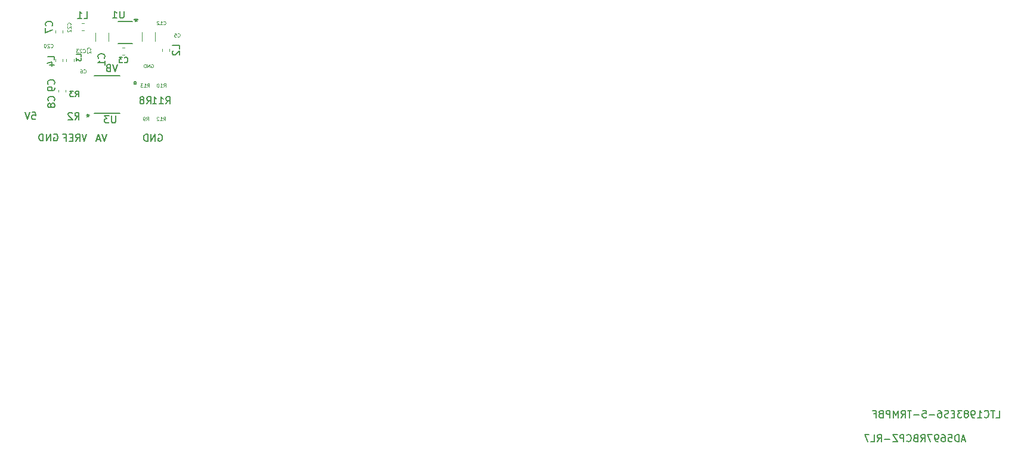
<source format=gbr>
%TF.GenerationSoftware,KiCad,Pcbnew,5.1.5-52549c5~84~ubuntu18.04.1*%
%TF.CreationDate,2020-02-03T06:40:28+01:00*%
%TF.ProjectId,HMC_RF_IPE,484d435f-5246-45f4-9950-452e6b696361,rev?*%
%TF.SameCoordinates,Original*%
%TF.FileFunction,Legend,Bot*%
%TF.FilePolarity,Positive*%
%FSLAX46Y46*%
G04 Gerber Fmt 4.6, Leading zero omitted, Abs format (unit mm)*
G04 Created by KiCad (PCBNEW 5.1.5-52549c5~84~ubuntu18.04.1) date 2020-02-03 06:40:28*
%MOMM*%
%LPD*%
G04 APERTURE LIST*
%ADD10C,0.120000*%
%ADD11C,0.152400*%
%ADD12C,0.125000*%
%ADD13C,0.150000*%
G04 APERTURE END LIST*
D10*
%TO.C,C12*%
X150113410Y-70931136D02*
X150113410Y-72135264D01*
X148293410Y-70931136D02*
X148293410Y-72135264D01*
%TO.C,L2*%
X151203410Y-73575979D02*
X151203410Y-73250421D01*
X152223410Y-73575979D02*
X152223410Y-73250421D01*
%TO.C,L1*%
X139720631Y-70625700D02*
X140046189Y-70625700D01*
X139720631Y-69605700D02*
X140046189Y-69605700D01*
%TO.C,L4*%
X137053410Y-74720421D02*
X137053410Y-75045979D01*
X136033410Y-74720421D02*
X136033410Y-75045979D01*
%TO.C,L3*%
X138593410Y-74730421D02*
X138593410Y-75055979D01*
X137573410Y-74730421D02*
X137573410Y-75055979D01*
D11*
%TO.C,U3*%
X147161410Y-78280699D02*
X147415410Y-78280699D01*
X147161410Y-77899699D02*
X147161410Y-78280699D01*
X147415410Y-77899699D02*
X147161410Y-77899699D01*
X147415410Y-78280699D02*
X147415410Y-77899699D01*
X145190834Y-82394900D02*
X141511986Y-82394900D01*
X141511986Y-77035500D02*
X145190834Y-77035500D01*
D10*
%TO.C,C1*%
X143523410Y-70941136D02*
X143523410Y-72145264D01*
X141703410Y-70941136D02*
X141703410Y-72145264D01*
D11*
%TO.C,U1*%
X144890110Y-69388400D02*
X146896710Y-69388400D01*
X146896710Y-72538000D02*
X144890110Y-72538000D01*
D10*
%TO.C,C3*%
X145826189Y-74093200D02*
X145500631Y-74093200D01*
X145826189Y-73073200D02*
X145500631Y-73073200D01*
%TO.C,C7*%
X136023410Y-70935979D02*
X136023410Y-70610421D01*
X137043410Y-70935979D02*
X137043410Y-70610421D01*
%TO.C,C8*%
X137413410Y-79060421D02*
X137413410Y-79385979D01*
X136393410Y-79060421D02*
X136393410Y-79385979D01*
%TO.C,GND*%
D12*
X149604362Y-75448200D02*
X149651981Y-75424390D01*
X149723410Y-75424390D01*
X149794838Y-75448200D01*
X149842457Y-75495819D01*
X149866267Y-75543438D01*
X149890076Y-75638676D01*
X149890076Y-75710104D01*
X149866267Y-75805342D01*
X149842457Y-75852961D01*
X149794838Y-75900580D01*
X149723410Y-75924390D01*
X149675790Y-75924390D01*
X149604362Y-75900580D01*
X149580552Y-75876771D01*
X149580552Y-75710104D01*
X149675790Y-75710104D01*
X149366267Y-75924390D02*
X149366267Y-75424390D01*
X149080552Y-75924390D01*
X149080552Y-75424390D01*
X148842457Y-75924390D02*
X148842457Y-75424390D01*
X148723410Y-75424390D01*
X148651981Y-75448200D01*
X148604362Y-75495819D01*
X148580552Y-75543438D01*
X148556743Y-75638676D01*
X148556743Y-75710104D01*
X148580552Y-75805342D01*
X148604362Y-75852961D01*
X148651981Y-75900580D01*
X148723410Y-75924390D01*
X148842457Y-75924390D01*
%TO.C,C23*%
X139924838Y-73741771D02*
X139948648Y-73765580D01*
X140020076Y-73789390D01*
X140067695Y-73789390D01*
X140139124Y-73765580D01*
X140186743Y-73717961D01*
X140210552Y-73670342D01*
X140234362Y-73575104D01*
X140234362Y-73503676D01*
X140210552Y-73408438D01*
X140186743Y-73360819D01*
X140139124Y-73313200D01*
X140067695Y-73289390D01*
X140020076Y-73289390D01*
X139948648Y-73313200D01*
X139924838Y-73337009D01*
X139734362Y-73337009D02*
X139710552Y-73313200D01*
X139662933Y-73289390D01*
X139543886Y-73289390D01*
X139496267Y-73313200D01*
X139472457Y-73337009D01*
X139448648Y-73384628D01*
X139448648Y-73432247D01*
X139472457Y-73503676D01*
X139758171Y-73789390D01*
X139448648Y-73789390D01*
X139281981Y-73289390D02*
X138972457Y-73289390D01*
X139139124Y-73479866D01*
X139067695Y-73479866D01*
X139020076Y-73503676D01*
X138996267Y-73527485D01*
X138972457Y-73575104D01*
X138972457Y-73694152D01*
X138996267Y-73741771D01*
X139020076Y-73765580D01*
X139067695Y-73789390D01*
X139210552Y-73789390D01*
X139258171Y-73765580D01*
X139281981Y-73741771D01*
%TO.C,C22*%
X138131981Y-69881771D02*
X138155790Y-69857961D01*
X138179600Y-69786533D01*
X138179600Y-69738914D01*
X138155790Y-69667485D01*
X138108171Y-69619866D01*
X138060552Y-69596057D01*
X137965314Y-69572247D01*
X137893886Y-69572247D01*
X137798648Y-69596057D01*
X137751029Y-69619866D01*
X137703410Y-69667485D01*
X137679600Y-69738914D01*
X137679600Y-69786533D01*
X137703410Y-69857961D01*
X137727219Y-69881771D01*
X137727219Y-70072247D02*
X137703410Y-70096057D01*
X137679600Y-70143676D01*
X137679600Y-70262723D01*
X137703410Y-70310342D01*
X137727219Y-70334152D01*
X137774838Y-70357961D01*
X137822457Y-70357961D01*
X137893886Y-70334152D01*
X138179600Y-70048438D01*
X138179600Y-70357961D01*
X137727219Y-70548438D02*
X137703410Y-70572247D01*
X137679600Y-70619866D01*
X137679600Y-70738914D01*
X137703410Y-70786533D01*
X137727219Y-70810342D01*
X137774838Y-70834152D01*
X137822457Y-70834152D01*
X137893886Y-70810342D01*
X138179600Y-70524628D01*
X138179600Y-70834152D01*
%TO.C,C20*%
X135324838Y-73001771D02*
X135348648Y-73025580D01*
X135420076Y-73049390D01*
X135467695Y-73049390D01*
X135539124Y-73025580D01*
X135586743Y-72977961D01*
X135610552Y-72930342D01*
X135634362Y-72835104D01*
X135634362Y-72763676D01*
X135610552Y-72668438D01*
X135586743Y-72620819D01*
X135539124Y-72573200D01*
X135467695Y-72549390D01*
X135420076Y-72549390D01*
X135348648Y-72573200D01*
X135324838Y-72597009D01*
X135134362Y-72597009D02*
X135110552Y-72573200D01*
X135062933Y-72549390D01*
X134943886Y-72549390D01*
X134896267Y-72573200D01*
X134872457Y-72597009D01*
X134848648Y-72644628D01*
X134848648Y-72692247D01*
X134872457Y-72763676D01*
X135158171Y-73049390D01*
X134848648Y-73049390D01*
X134539124Y-72549390D02*
X134491505Y-72549390D01*
X134443886Y-72573200D01*
X134420076Y-72597009D01*
X134396267Y-72644628D01*
X134372457Y-72739866D01*
X134372457Y-72858914D01*
X134396267Y-72954152D01*
X134420076Y-73001771D01*
X134443886Y-73025580D01*
X134491505Y-73049390D01*
X134539124Y-73049390D01*
X134586743Y-73025580D01*
X134610552Y-73001771D01*
X134634362Y-72954152D01*
X134658171Y-72858914D01*
X134658171Y-72739866D01*
X134634362Y-72644628D01*
X134610552Y-72597009D01*
X134586743Y-72573200D01*
X134539124Y-72549390D01*
%TO.C,C12*%
X151344838Y-69776771D02*
X151368648Y-69800580D01*
X151440076Y-69824390D01*
X151487695Y-69824390D01*
X151559124Y-69800580D01*
X151606743Y-69752961D01*
X151630552Y-69705342D01*
X151654362Y-69610104D01*
X151654362Y-69538676D01*
X151630552Y-69443438D01*
X151606743Y-69395819D01*
X151559124Y-69348200D01*
X151487695Y-69324390D01*
X151440076Y-69324390D01*
X151368648Y-69348200D01*
X151344838Y-69372009D01*
X150868648Y-69824390D02*
X151154362Y-69824390D01*
X151011505Y-69824390D02*
X151011505Y-69324390D01*
X151059124Y-69395819D01*
X151106743Y-69443438D01*
X151154362Y-69467247D01*
X150678171Y-69372009D02*
X150654362Y-69348200D01*
X150606743Y-69324390D01*
X150487695Y-69324390D01*
X150440076Y-69348200D01*
X150416267Y-69372009D01*
X150392457Y-69419628D01*
X150392457Y-69467247D01*
X150416267Y-69538676D01*
X150701981Y-69824390D01*
X150392457Y-69824390D01*
%TO.C,C5*%
X153356743Y-71501771D02*
X153380552Y-71525580D01*
X153451981Y-71549390D01*
X153499600Y-71549390D01*
X153571029Y-71525580D01*
X153618648Y-71477961D01*
X153642457Y-71430342D01*
X153666267Y-71335104D01*
X153666267Y-71263676D01*
X153642457Y-71168438D01*
X153618648Y-71120819D01*
X153571029Y-71073200D01*
X153499600Y-71049390D01*
X153451981Y-71049390D01*
X153380552Y-71073200D01*
X153356743Y-71097009D01*
X152904362Y-71049390D02*
X153142457Y-71049390D01*
X153166267Y-71287485D01*
X153142457Y-71263676D01*
X153094838Y-71239866D01*
X152975790Y-71239866D01*
X152928171Y-71263676D01*
X152904362Y-71287485D01*
X152880552Y-71335104D01*
X152880552Y-71454152D01*
X152904362Y-71501771D01*
X152928171Y-71525580D01*
X152975790Y-71549390D01*
X153094838Y-71549390D01*
X153142457Y-71525580D01*
X153166267Y-71501771D01*
%TO.C,L2*%
D13*
X153615790Y-73256533D02*
X153615790Y-72780342D01*
X152615790Y-72780342D01*
X152711029Y-73542247D02*
X152663410Y-73589866D01*
X152615790Y-73685104D01*
X152615790Y-73923200D01*
X152663410Y-74018438D01*
X152711029Y-74066057D01*
X152806267Y-74113676D01*
X152901505Y-74113676D01*
X153044362Y-74066057D01*
X153615790Y-73494628D01*
X153615790Y-74113676D01*
%TO.C,L1*%
X140040076Y-68935580D02*
X140516267Y-68935580D01*
X140516267Y-67935580D01*
X139182933Y-68935580D02*
X139754362Y-68935580D01*
X139468648Y-68935580D02*
X139468648Y-67935580D01*
X139563886Y-68078438D01*
X139659124Y-68173676D01*
X139754362Y-68221295D01*
%TO.C,L4*%
X135867790Y-74796533D02*
X135867790Y-74320342D01*
X134867790Y-74320342D01*
X135201124Y-75558438D02*
X135867790Y-75558438D01*
X134820171Y-75320342D02*
X135534457Y-75082247D01*
X135534457Y-75701295D01*
%TO.C,L3*%
X139680076Y-74336533D02*
X139680076Y-74003200D01*
X138980076Y-74003200D01*
X138980076Y-74503200D02*
X138980076Y-74936533D01*
X139246743Y-74703200D01*
X139246743Y-74803200D01*
X139280076Y-74869866D01*
X139313410Y-74903200D01*
X139380076Y-74936533D01*
X139546743Y-74936533D01*
X139613410Y-74903200D01*
X139646743Y-74869866D01*
X139680076Y-74803200D01*
X139680076Y-74603200D01*
X139646743Y-74536533D01*
X139613410Y-74503200D01*
%TO.C,U3*%
X144565314Y-82765580D02*
X144565314Y-83575104D01*
X144517695Y-83670342D01*
X144470076Y-83717961D01*
X144374838Y-83765580D01*
X144184362Y-83765580D01*
X144089124Y-83717961D01*
X144041505Y-83670342D01*
X143993886Y-83575104D01*
X143993886Y-82765580D01*
X143612933Y-82765580D02*
X142993886Y-82765580D01*
X143327219Y-83146533D01*
X143184362Y-83146533D01*
X143089124Y-83194152D01*
X143041505Y-83241771D01*
X142993886Y-83337009D01*
X142993886Y-83575104D01*
X143041505Y-83670342D01*
X143089124Y-83717961D01*
X143184362Y-83765580D01*
X143470076Y-83765580D01*
X143565314Y-83717961D01*
X143612933Y-83670342D01*
X265152457Y-128769866D02*
X264676267Y-128769866D01*
X265247695Y-129055580D02*
X264914362Y-128055580D01*
X264581029Y-129055580D01*
X264247695Y-129055580D02*
X264247695Y-128055580D01*
X264009600Y-128055580D01*
X263866743Y-128103200D01*
X263771505Y-128198438D01*
X263723886Y-128293676D01*
X263676267Y-128484152D01*
X263676267Y-128627009D01*
X263723886Y-128817485D01*
X263771505Y-128912723D01*
X263866743Y-129007961D01*
X264009600Y-129055580D01*
X264247695Y-129055580D01*
X262771505Y-128055580D02*
X263247695Y-128055580D01*
X263295314Y-128531771D01*
X263247695Y-128484152D01*
X263152457Y-128436533D01*
X262914362Y-128436533D01*
X262819124Y-128484152D01*
X262771505Y-128531771D01*
X262723886Y-128627009D01*
X262723886Y-128865104D01*
X262771505Y-128960342D01*
X262819124Y-129007961D01*
X262914362Y-129055580D01*
X263152457Y-129055580D01*
X263247695Y-129007961D01*
X263295314Y-128960342D01*
X261866743Y-128055580D02*
X262057219Y-128055580D01*
X262152457Y-128103200D01*
X262200076Y-128150819D01*
X262295314Y-128293676D01*
X262342933Y-128484152D01*
X262342933Y-128865104D01*
X262295314Y-128960342D01*
X262247695Y-129007961D01*
X262152457Y-129055580D01*
X261961981Y-129055580D01*
X261866743Y-129007961D01*
X261819124Y-128960342D01*
X261771505Y-128865104D01*
X261771505Y-128627009D01*
X261819124Y-128531771D01*
X261866743Y-128484152D01*
X261961981Y-128436533D01*
X262152457Y-128436533D01*
X262247695Y-128484152D01*
X262295314Y-128531771D01*
X262342933Y-128627009D01*
X261295314Y-129055580D02*
X261104838Y-129055580D01*
X261009600Y-129007961D01*
X260961981Y-128960342D01*
X260866743Y-128817485D01*
X260819124Y-128627009D01*
X260819124Y-128246057D01*
X260866743Y-128150819D01*
X260914362Y-128103200D01*
X261009600Y-128055580D01*
X261200076Y-128055580D01*
X261295314Y-128103200D01*
X261342933Y-128150819D01*
X261390552Y-128246057D01*
X261390552Y-128484152D01*
X261342933Y-128579390D01*
X261295314Y-128627009D01*
X261200076Y-128674628D01*
X261009600Y-128674628D01*
X260914362Y-128627009D01*
X260866743Y-128579390D01*
X260819124Y-128484152D01*
X260485790Y-128055580D02*
X259819124Y-128055580D01*
X260247695Y-129055580D01*
X258866743Y-129055580D02*
X259200076Y-128579390D01*
X259438171Y-129055580D02*
X259438171Y-128055580D01*
X259057219Y-128055580D01*
X258961981Y-128103200D01*
X258914362Y-128150819D01*
X258866743Y-128246057D01*
X258866743Y-128388914D01*
X258914362Y-128484152D01*
X258961981Y-128531771D01*
X259057219Y-128579390D01*
X259438171Y-128579390D01*
X258104838Y-128531771D02*
X257961981Y-128579390D01*
X257914362Y-128627009D01*
X257866743Y-128722247D01*
X257866743Y-128865104D01*
X257914362Y-128960342D01*
X257961981Y-129007961D01*
X258057219Y-129055580D01*
X258438171Y-129055580D01*
X258438171Y-128055580D01*
X258104838Y-128055580D01*
X258009600Y-128103200D01*
X257961981Y-128150819D01*
X257914362Y-128246057D01*
X257914362Y-128341295D01*
X257961981Y-128436533D01*
X258009600Y-128484152D01*
X258104838Y-128531771D01*
X258438171Y-128531771D01*
X256866743Y-128960342D02*
X256914362Y-129007961D01*
X257057219Y-129055580D01*
X257152457Y-129055580D01*
X257295314Y-129007961D01*
X257390552Y-128912723D01*
X257438171Y-128817485D01*
X257485790Y-128627009D01*
X257485790Y-128484152D01*
X257438171Y-128293676D01*
X257390552Y-128198438D01*
X257295314Y-128103200D01*
X257152457Y-128055580D01*
X257057219Y-128055580D01*
X256914362Y-128103200D01*
X256866743Y-128150819D01*
X256438171Y-129055580D02*
X256438171Y-128055580D01*
X256057219Y-128055580D01*
X255961981Y-128103200D01*
X255914362Y-128150819D01*
X255866743Y-128246057D01*
X255866743Y-128388914D01*
X255914362Y-128484152D01*
X255961981Y-128531771D01*
X256057219Y-128579390D01*
X256438171Y-128579390D01*
X255533410Y-128055580D02*
X254866743Y-128055580D01*
X255533410Y-129055580D01*
X254866743Y-129055580D01*
X254485790Y-128674628D02*
X253723886Y-128674628D01*
X252676267Y-129055580D02*
X253009600Y-128579390D01*
X253247695Y-129055580D02*
X253247695Y-128055580D01*
X252866743Y-128055580D01*
X252771505Y-128103200D01*
X252723886Y-128150819D01*
X252676267Y-128246057D01*
X252676267Y-128388914D01*
X252723886Y-128484152D01*
X252771505Y-128531771D01*
X252866743Y-128579390D01*
X253247695Y-128579390D01*
X251771505Y-129055580D02*
X252247695Y-129055580D01*
X252247695Y-128055580D01*
X251533410Y-128055580D02*
X250866743Y-128055580D01*
X251295314Y-129055580D01*
X140613410Y-82505580D02*
X140613410Y-82743676D01*
X140851505Y-82648438D02*
X140613410Y-82743676D01*
X140375314Y-82648438D01*
X140756267Y-82934152D02*
X140613410Y-82743676D01*
X140470552Y-82934152D01*
X140613410Y-82505580D02*
X140613410Y-82743676D01*
X140851505Y-82648438D02*
X140613410Y-82743676D01*
X140375314Y-82648438D01*
X140756267Y-82934152D02*
X140613410Y-82743676D01*
X140470552Y-82934152D01*
%TO.C,C1*%
X142940552Y-74576533D02*
X142988171Y-74528914D01*
X143035790Y-74386057D01*
X143035790Y-74290819D01*
X142988171Y-74147961D01*
X142892933Y-74052723D01*
X142797695Y-74005104D01*
X142607219Y-73957485D01*
X142464362Y-73957485D01*
X142273886Y-74005104D01*
X142178648Y-74052723D01*
X142083410Y-74147961D01*
X142035790Y-74290819D01*
X142035790Y-74386057D01*
X142083410Y-74528914D01*
X142131029Y-74576533D01*
X143035790Y-75528914D02*
X143035790Y-74957485D01*
X143035790Y-75243200D02*
X142035790Y-75243200D01*
X142178648Y-75147961D01*
X142273886Y-75052723D01*
X142321505Y-74957485D01*
%TO.C,U1*%
X145705314Y-67885580D02*
X145705314Y-68695104D01*
X145657695Y-68790342D01*
X145610076Y-68837961D01*
X145514838Y-68885580D01*
X145324362Y-68885580D01*
X145229124Y-68837961D01*
X145181505Y-68790342D01*
X145133886Y-68695104D01*
X145133886Y-67885580D01*
X144133886Y-68885580D02*
X144705314Y-68885580D01*
X144419600Y-68885580D02*
X144419600Y-67885580D01*
X144514838Y-68028438D01*
X144610076Y-68123676D01*
X144705314Y-68171295D01*
X269545600Y-125631580D02*
X270021790Y-125631580D01*
X270021790Y-124631580D01*
X269355124Y-124631580D02*
X268783695Y-124631580D01*
X269069410Y-125631580D02*
X269069410Y-124631580D01*
X267878933Y-125536342D02*
X267926552Y-125583961D01*
X268069410Y-125631580D01*
X268164648Y-125631580D01*
X268307505Y-125583961D01*
X268402743Y-125488723D01*
X268450362Y-125393485D01*
X268497981Y-125203009D01*
X268497981Y-125060152D01*
X268450362Y-124869676D01*
X268402743Y-124774438D01*
X268307505Y-124679200D01*
X268164648Y-124631580D01*
X268069410Y-124631580D01*
X267926552Y-124679200D01*
X267878933Y-124726819D01*
X266926552Y-125631580D02*
X267497981Y-125631580D01*
X267212267Y-125631580D02*
X267212267Y-124631580D01*
X267307505Y-124774438D01*
X267402743Y-124869676D01*
X267497981Y-124917295D01*
X266450362Y-125631580D02*
X266259886Y-125631580D01*
X266164648Y-125583961D01*
X266117029Y-125536342D01*
X266021790Y-125393485D01*
X265974171Y-125203009D01*
X265974171Y-124822057D01*
X266021790Y-124726819D01*
X266069410Y-124679200D01*
X266164648Y-124631580D01*
X266355124Y-124631580D01*
X266450362Y-124679200D01*
X266497981Y-124726819D01*
X266545600Y-124822057D01*
X266545600Y-125060152D01*
X266497981Y-125155390D01*
X266450362Y-125203009D01*
X266355124Y-125250628D01*
X266164648Y-125250628D01*
X266069410Y-125203009D01*
X266021790Y-125155390D01*
X265974171Y-125060152D01*
X265402743Y-125060152D02*
X265497981Y-125012533D01*
X265545600Y-124964914D01*
X265593219Y-124869676D01*
X265593219Y-124822057D01*
X265545600Y-124726819D01*
X265497981Y-124679200D01*
X265402743Y-124631580D01*
X265212267Y-124631580D01*
X265117029Y-124679200D01*
X265069410Y-124726819D01*
X265021790Y-124822057D01*
X265021790Y-124869676D01*
X265069410Y-124964914D01*
X265117029Y-125012533D01*
X265212267Y-125060152D01*
X265402743Y-125060152D01*
X265497981Y-125107771D01*
X265545600Y-125155390D01*
X265593219Y-125250628D01*
X265593219Y-125441104D01*
X265545600Y-125536342D01*
X265497981Y-125583961D01*
X265402743Y-125631580D01*
X265212267Y-125631580D01*
X265117029Y-125583961D01*
X265069410Y-125536342D01*
X265021790Y-125441104D01*
X265021790Y-125250628D01*
X265069410Y-125155390D01*
X265117029Y-125107771D01*
X265212267Y-125060152D01*
X264688457Y-124631580D02*
X264069410Y-124631580D01*
X264402743Y-125012533D01*
X264259886Y-125012533D01*
X264164648Y-125060152D01*
X264117029Y-125107771D01*
X264069410Y-125203009D01*
X264069410Y-125441104D01*
X264117029Y-125536342D01*
X264164648Y-125583961D01*
X264259886Y-125631580D01*
X264545600Y-125631580D01*
X264640838Y-125583961D01*
X264688457Y-125536342D01*
X263640838Y-125107771D02*
X263307505Y-125107771D01*
X263164648Y-125631580D02*
X263640838Y-125631580D01*
X263640838Y-124631580D01*
X263164648Y-124631580D01*
X262783695Y-125583961D02*
X262640838Y-125631580D01*
X262402743Y-125631580D01*
X262307505Y-125583961D01*
X262259886Y-125536342D01*
X262212267Y-125441104D01*
X262212267Y-125345866D01*
X262259886Y-125250628D01*
X262307505Y-125203009D01*
X262402743Y-125155390D01*
X262593219Y-125107771D01*
X262688457Y-125060152D01*
X262736076Y-125012533D01*
X262783695Y-124917295D01*
X262783695Y-124822057D01*
X262736076Y-124726819D01*
X262688457Y-124679200D01*
X262593219Y-124631580D01*
X262355124Y-124631580D01*
X262212267Y-124679200D01*
X261355124Y-124631580D02*
X261545600Y-124631580D01*
X261640838Y-124679200D01*
X261688457Y-124726819D01*
X261783695Y-124869676D01*
X261831314Y-125060152D01*
X261831314Y-125441104D01*
X261783695Y-125536342D01*
X261736076Y-125583961D01*
X261640838Y-125631580D01*
X261450362Y-125631580D01*
X261355124Y-125583961D01*
X261307505Y-125536342D01*
X261259886Y-125441104D01*
X261259886Y-125203009D01*
X261307505Y-125107771D01*
X261355124Y-125060152D01*
X261450362Y-125012533D01*
X261640838Y-125012533D01*
X261736076Y-125060152D01*
X261783695Y-125107771D01*
X261831314Y-125203009D01*
X260831314Y-125250628D02*
X260069410Y-125250628D01*
X259117029Y-124631580D02*
X259593219Y-124631580D01*
X259640838Y-125107771D01*
X259593219Y-125060152D01*
X259497981Y-125012533D01*
X259259886Y-125012533D01*
X259164648Y-125060152D01*
X259117029Y-125107771D01*
X259069410Y-125203009D01*
X259069410Y-125441104D01*
X259117029Y-125536342D01*
X259164648Y-125583961D01*
X259259886Y-125631580D01*
X259497981Y-125631580D01*
X259593219Y-125583961D01*
X259640838Y-125536342D01*
X258640838Y-125250628D02*
X257878933Y-125250628D01*
X257545600Y-124631580D02*
X256974171Y-124631580D01*
X257259886Y-125631580D02*
X257259886Y-124631580D01*
X256069410Y-125631580D02*
X256402743Y-125155390D01*
X256640838Y-125631580D02*
X256640838Y-124631580D01*
X256259886Y-124631580D01*
X256164648Y-124679200D01*
X256117029Y-124726819D01*
X256069410Y-124822057D01*
X256069410Y-124964914D01*
X256117029Y-125060152D01*
X256164648Y-125107771D01*
X256259886Y-125155390D01*
X256640838Y-125155390D01*
X255640838Y-125631580D02*
X255640838Y-124631580D01*
X255307505Y-125345866D01*
X254974171Y-124631580D01*
X254974171Y-125631580D01*
X254497981Y-125631580D02*
X254497981Y-124631580D01*
X254117029Y-124631580D01*
X254021790Y-124679200D01*
X253974171Y-124726819D01*
X253926552Y-124822057D01*
X253926552Y-124964914D01*
X253974171Y-125060152D01*
X254021790Y-125107771D01*
X254117029Y-125155390D01*
X254497981Y-125155390D01*
X253164648Y-125107771D02*
X253021790Y-125155390D01*
X252974171Y-125203009D01*
X252926552Y-125298247D01*
X252926552Y-125441104D01*
X252974171Y-125536342D01*
X253021790Y-125583961D01*
X253117029Y-125631580D01*
X253497981Y-125631580D01*
X253497981Y-124631580D01*
X253164648Y-124631580D01*
X253069410Y-124679200D01*
X253021790Y-124726819D01*
X252974171Y-124822057D01*
X252974171Y-124917295D01*
X253021790Y-125012533D01*
X253069410Y-125060152D01*
X253164648Y-125107771D01*
X253497981Y-125107771D01*
X252164648Y-125107771D02*
X252497981Y-125107771D01*
X252497981Y-125631580D02*
X252497981Y-124631580D01*
X252021790Y-124631580D01*
X147459410Y-68931580D02*
X147459410Y-69169676D01*
X147697505Y-69074438D02*
X147459410Y-69169676D01*
X147221314Y-69074438D01*
X147602267Y-69360152D02*
X147459410Y-69169676D01*
X147316552Y-69360152D01*
X147459410Y-68931580D02*
X147459410Y-69169676D01*
X147697505Y-69074438D02*
X147459410Y-69169676D01*
X147221314Y-69074438D01*
X147602267Y-69360152D02*
X147459410Y-69169676D01*
X147316552Y-69360152D01*
X147459410Y-68921580D02*
X147459410Y-69159676D01*
X147697505Y-69064438D02*
X147459410Y-69159676D01*
X147221314Y-69064438D01*
X147602267Y-69350152D02*
X147459410Y-69159676D01*
X147316552Y-69350152D01*
%TO.C,VA*%
X143295314Y-85395580D02*
X142961981Y-86395580D01*
X142628648Y-85395580D01*
X142342933Y-86109866D02*
X141866743Y-86109866D01*
X142438171Y-86395580D02*
X142104838Y-85395580D01*
X141771505Y-86395580D01*
%TO.C,5V*%
X132673886Y-82265580D02*
X133150076Y-82265580D01*
X133197695Y-82741771D01*
X133150076Y-82694152D01*
X133054838Y-82646533D01*
X132816743Y-82646533D01*
X132721505Y-82694152D01*
X132673886Y-82741771D01*
X132626267Y-82837009D01*
X132626267Y-83075104D01*
X132673886Y-83170342D01*
X132721505Y-83217961D01*
X132816743Y-83265580D01*
X133054838Y-83265580D01*
X133150076Y-83217961D01*
X133197695Y-83170342D01*
X132340552Y-82265580D02*
X132007219Y-83265580D01*
X131673886Y-82265580D01*
%TO.C,VB*%
X144831743Y-75475580D02*
X144498410Y-76475580D01*
X144165076Y-75475580D01*
X143498410Y-75951771D02*
X143355552Y-75999390D01*
X143307933Y-76047009D01*
X143260314Y-76142247D01*
X143260314Y-76285104D01*
X143307933Y-76380342D01*
X143355552Y-76427961D01*
X143450790Y-76475580D01*
X143831743Y-76475580D01*
X143831743Y-75475580D01*
X143498410Y-75475580D01*
X143403171Y-75523200D01*
X143355552Y-75570819D01*
X143307933Y-75666057D01*
X143307933Y-75761295D01*
X143355552Y-75856533D01*
X143403171Y-75904152D01*
X143498410Y-75951771D01*
X143831743Y-75951771D01*
%TO.C,VREF*%
X140447695Y-85375580D02*
X140114362Y-86375580D01*
X139781029Y-85375580D01*
X138876267Y-86375580D02*
X139209600Y-85899390D01*
X139447695Y-86375580D02*
X139447695Y-85375580D01*
X139066743Y-85375580D01*
X138971505Y-85423200D01*
X138923886Y-85470819D01*
X138876267Y-85566057D01*
X138876267Y-85708914D01*
X138923886Y-85804152D01*
X138971505Y-85851771D01*
X139066743Y-85899390D01*
X139447695Y-85899390D01*
X138447695Y-85851771D02*
X138114362Y-85851771D01*
X137971505Y-86375580D02*
X138447695Y-86375580D01*
X138447695Y-85375580D01*
X137971505Y-85375580D01*
X137209600Y-85851771D02*
X137542933Y-85851771D01*
X137542933Y-86375580D02*
X137542933Y-85375580D01*
X137066743Y-85375580D01*
%TO.C,GND*%
X150615314Y-85413200D02*
X150710552Y-85365580D01*
X150853410Y-85365580D01*
X150996267Y-85413200D01*
X151091505Y-85508438D01*
X151139124Y-85603676D01*
X151186743Y-85794152D01*
X151186743Y-85937009D01*
X151139124Y-86127485D01*
X151091505Y-86222723D01*
X150996267Y-86317961D01*
X150853410Y-86365580D01*
X150758171Y-86365580D01*
X150615314Y-86317961D01*
X150567695Y-86270342D01*
X150567695Y-85937009D01*
X150758171Y-85937009D01*
X150139124Y-86365580D02*
X150139124Y-85365580D01*
X149567695Y-86365580D01*
X149567695Y-85365580D01*
X149091505Y-86365580D02*
X149091505Y-85365580D01*
X148853410Y-85365580D01*
X148710552Y-85413200D01*
X148615314Y-85508438D01*
X148567695Y-85603676D01*
X148520076Y-85794152D01*
X148520076Y-85937009D01*
X148567695Y-86127485D01*
X148615314Y-86222723D01*
X148710552Y-86317961D01*
X148853410Y-86365580D01*
X149091505Y-86365580D01*
X135775314Y-85383200D02*
X135870552Y-85335580D01*
X136013410Y-85335580D01*
X136156267Y-85383200D01*
X136251505Y-85478438D01*
X136299124Y-85573676D01*
X136346743Y-85764152D01*
X136346743Y-85907009D01*
X136299124Y-86097485D01*
X136251505Y-86192723D01*
X136156267Y-86287961D01*
X136013410Y-86335580D01*
X135918171Y-86335580D01*
X135775314Y-86287961D01*
X135727695Y-86240342D01*
X135727695Y-85907009D01*
X135918171Y-85907009D01*
X135299124Y-86335580D02*
X135299124Y-85335580D01*
X134727695Y-86335580D01*
X134727695Y-85335580D01*
X134251505Y-86335580D02*
X134251505Y-85335580D01*
X134013410Y-85335580D01*
X133870552Y-85383200D01*
X133775314Y-85478438D01*
X133727695Y-85573676D01*
X133680076Y-85764152D01*
X133680076Y-85907009D01*
X133727695Y-86097485D01*
X133775314Y-86192723D01*
X133870552Y-86287961D01*
X134013410Y-86335580D01*
X134251505Y-86335580D01*
%TO.C,C2*%
D12*
X140931981Y-73399866D02*
X140955790Y-73376057D01*
X140979600Y-73304628D01*
X140979600Y-73257009D01*
X140955790Y-73185580D01*
X140908171Y-73137961D01*
X140860552Y-73114152D01*
X140765314Y-73090342D01*
X140693886Y-73090342D01*
X140598648Y-73114152D01*
X140551029Y-73137961D01*
X140503410Y-73185580D01*
X140479600Y-73257009D01*
X140479600Y-73304628D01*
X140503410Y-73376057D01*
X140527219Y-73399866D01*
X140527219Y-73590342D02*
X140503410Y-73614152D01*
X140479600Y-73661771D01*
X140479600Y-73780819D01*
X140503410Y-73828438D01*
X140527219Y-73852247D01*
X140574838Y-73876057D01*
X140622457Y-73876057D01*
X140693886Y-73852247D01*
X140979600Y-73566533D01*
X140979600Y-73876057D01*
%TO.C,C3*%
D13*
X145791943Y-75149504D02*
X145830038Y-75187599D01*
X145944324Y-75225694D01*
X146020514Y-75225694D01*
X146134800Y-75187599D01*
X146210990Y-75111409D01*
X146249086Y-75035218D01*
X146287181Y-74882837D01*
X146287181Y-74768551D01*
X146249086Y-74616170D01*
X146210990Y-74539980D01*
X146134800Y-74463790D01*
X146020514Y-74425694D01*
X145944324Y-74425694D01*
X145830038Y-74463790D01*
X145791943Y-74501885D01*
X145525276Y-74425694D02*
X145030038Y-74425694D01*
X145296705Y-74730456D01*
X145182419Y-74730456D01*
X145106229Y-74768551D01*
X145068133Y-74806647D01*
X145030038Y-74882837D01*
X145030038Y-75073313D01*
X145068133Y-75149504D01*
X145106229Y-75187599D01*
X145182419Y-75225694D01*
X145410990Y-75225694D01*
X145487181Y-75187599D01*
X145525276Y-75149504D01*
%TO.C,C6*%
D12*
X140013743Y-76631771D02*
X140037552Y-76655580D01*
X140108981Y-76679390D01*
X140156600Y-76679390D01*
X140228029Y-76655580D01*
X140275648Y-76607961D01*
X140299457Y-76560342D01*
X140323267Y-76465104D01*
X140323267Y-76393676D01*
X140299457Y-76298438D01*
X140275648Y-76250819D01*
X140228029Y-76203200D01*
X140156600Y-76179390D01*
X140108981Y-76179390D01*
X140037552Y-76203200D01*
X140013743Y-76227009D01*
X139585171Y-76179390D02*
X139680410Y-76179390D01*
X139728029Y-76203200D01*
X139751838Y-76227009D01*
X139799457Y-76298438D01*
X139823267Y-76393676D01*
X139823267Y-76584152D01*
X139799457Y-76631771D01*
X139775648Y-76655580D01*
X139728029Y-76679390D01*
X139632790Y-76679390D01*
X139585171Y-76655580D01*
X139561362Y-76631771D01*
X139537552Y-76584152D01*
X139537552Y-76465104D01*
X139561362Y-76417485D01*
X139585171Y-76393676D01*
X139632790Y-76369866D01*
X139728029Y-76369866D01*
X139775648Y-76393676D01*
X139799457Y-76417485D01*
X139823267Y-76465104D01*
%TO.C,C7*%
D13*
X135500552Y-69966533D02*
X135548171Y-69918914D01*
X135595790Y-69776057D01*
X135595790Y-69680819D01*
X135548171Y-69537961D01*
X135452933Y-69442723D01*
X135357695Y-69395104D01*
X135167219Y-69347485D01*
X135024362Y-69347485D01*
X134833886Y-69395104D01*
X134738648Y-69442723D01*
X134643410Y-69537961D01*
X134595790Y-69680819D01*
X134595790Y-69776057D01*
X134643410Y-69918914D01*
X134691029Y-69966533D01*
X134595790Y-70299866D02*
X134595790Y-70966533D01*
X135595790Y-70537961D01*
%TO.C,C8*%
X135830552Y-80616533D02*
X135878171Y-80568914D01*
X135925790Y-80426057D01*
X135925790Y-80330819D01*
X135878171Y-80187961D01*
X135782933Y-80092723D01*
X135687695Y-80045104D01*
X135497219Y-79997485D01*
X135354362Y-79997485D01*
X135163886Y-80045104D01*
X135068648Y-80092723D01*
X134973410Y-80187961D01*
X134925790Y-80330819D01*
X134925790Y-80426057D01*
X134973410Y-80568914D01*
X135021029Y-80616533D01*
X135354362Y-81187961D02*
X135306743Y-81092723D01*
X135259124Y-81045104D01*
X135163886Y-80997485D01*
X135116267Y-80997485D01*
X135021029Y-81045104D01*
X134973410Y-81092723D01*
X134925790Y-81187961D01*
X134925790Y-81378438D01*
X134973410Y-81473676D01*
X135021029Y-81521295D01*
X135116267Y-81568914D01*
X135163886Y-81568914D01*
X135259124Y-81521295D01*
X135306743Y-81473676D01*
X135354362Y-81378438D01*
X135354362Y-81187961D01*
X135401981Y-81092723D01*
X135449600Y-81045104D01*
X135544838Y-80997485D01*
X135735314Y-80997485D01*
X135830552Y-81045104D01*
X135878171Y-81092723D01*
X135925790Y-81187961D01*
X135925790Y-81378438D01*
X135878171Y-81473676D01*
X135830552Y-81521295D01*
X135735314Y-81568914D01*
X135544838Y-81568914D01*
X135449600Y-81521295D01*
X135401981Y-81473676D01*
X135354362Y-81378438D01*
%TO.C,C9*%
X135800552Y-78276533D02*
X135848171Y-78228914D01*
X135895790Y-78086057D01*
X135895790Y-77990819D01*
X135848171Y-77847961D01*
X135752933Y-77752723D01*
X135657695Y-77705104D01*
X135467219Y-77657485D01*
X135324362Y-77657485D01*
X135133886Y-77705104D01*
X135038648Y-77752723D01*
X134943410Y-77847961D01*
X134895790Y-77990819D01*
X134895790Y-78086057D01*
X134943410Y-78228914D01*
X134991029Y-78276533D01*
X135895790Y-78752723D02*
X135895790Y-78943200D01*
X135848171Y-79038438D01*
X135800552Y-79086057D01*
X135657695Y-79181295D01*
X135467219Y-79228914D01*
X135086267Y-79228914D01*
X134991029Y-79181295D01*
X134943410Y-79133676D01*
X134895790Y-79038438D01*
X134895790Y-78847961D01*
X134943410Y-78752723D01*
X134991029Y-78705104D01*
X135086267Y-78657485D01*
X135324362Y-78657485D01*
X135419600Y-78705104D01*
X135467219Y-78752723D01*
X135514838Y-78847961D01*
X135514838Y-79038438D01*
X135467219Y-79133676D01*
X135419600Y-79181295D01*
X135324362Y-79228914D01*
%TO.C,R2*%
X138770076Y-83295580D02*
X139103410Y-82819390D01*
X139341505Y-83295580D02*
X139341505Y-82295580D01*
X138960552Y-82295580D01*
X138865314Y-82343200D01*
X138817695Y-82390819D01*
X138770076Y-82486057D01*
X138770076Y-82628914D01*
X138817695Y-82724152D01*
X138865314Y-82771771D01*
X138960552Y-82819390D01*
X139341505Y-82819390D01*
X138389124Y-82390819D02*
X138341505Y-82343200D01*
X138246267Y-82295580D01*
X138008171Y-82295580D01*
X137912933Y-82343200D01*
X137865314Y-82390819D01*
X137817695Y-82486057D01*
X137817695Y-82581295D01*
X137865314Y-82724152D01*
X138436743Y-83295580D01*
X137817695Y-83295580D01*
%TO.C,R3*%
X138826743Y-80055104D02*
X139093410Y-79674152D01*
X139283886Y-80055104D02*
X139283886Y-79255104D01*
X138979124Y-79255104D01*
X138902933Y-79293200D01*
X138864838Y-79331295D01*
X138826743Y-79407485D01*
X138826743Y-79521771D01*
X138864838Y-79597961D01*
X138902933Y-79636057D01*
X138979124Y-79674152D01*
X139283886Y-79674152D01*
X138560076Y-79255104D02*
X138064838Y-79255104D01*
X138331505Y-79559866D01*
X138217219Y-79559866D01*
X138141029Y-79597961D01*
X138102933Y-79636057D01*
X138064838Y-79712247D01*
X138064838Y-79902723D01*
X138102933Y-79978914D01*
X138141029Y-80017009D01*
X138217219Y-80055104D01*
X138445790Y-80055104D01*
X138521981Y-80017009D01*
X138560076Y-79978914D01*
%TO.C,R8*%
X148960076Y-81065580D02*
X149293410Y-80589390D01*
X149531505Y-81065580D02*
X149531505Y-80065580D01*
X149150552Y-80065580D01*
X149055314Y-80113200D01*
X149007695Y-80160819D01*
X148960076Y-80256057D01*
X148960076Y-80398914D01*
X149007695Y-80494152D01*
X149055314Y-80541771D01*
X149150552Y-80589390D01*
X149531505Y-80589390D01*
X148388648Y-80494152D02*
X148483886Y-80446533D01*
X148531505Y-80398914D01*
X148579124Y-80303676D01*
X148579124Y-80256057D01*
X148531505Y-80160819D01*
X148483886Y-80113200D01*
X148388648Y-80065580D01*
X148198171Y-80065580D01*
X148102933Y-80113200D01*
X148055314Y-80160819D01*
X148007695Y-80256057D01*
X148007695Y-80303676D01*
X148055314Y-80398914D01*
X148102933Y-80446533D01*
X148198171Y-80494152D01*
X148388648Y-80494152D01*
X148483886Y-80541771D01*
X148531505Y-80589390D01*
X148579124Y-80684628D01*
X148579124Y-80875104D01*
X148531505Y-80970342D01*
X148483886Y-81017961D01*
X148388648Y-81065580D01*
X148198171Y-81065580D01*
X148102933Y-81017961D01*
X148055314Y-80970342D01*
X148007695Y-80875104D01*
X148007695Y-80684628D01*
X148055314Y-80589390D01*
X148102933Y-80541771D01*
X148198171Y-80494152D01*
%TO.C,R9*%
D12*
X148916743Y-83439390D02*
X149083410Y-83201295D01*
X149202457Y-83439390D02*
X149202457Y-82939390D01*
X149011981Y-82939390D01*
X148964362Y-82963200D01*
X148940552Y-82987009D01*
X148916743Y-83034628D01*
X148916743Y-83106057D01*
X148940552Y-83153676D01*
X148964362Y-83177485D01*
X149011981Y-83201295D01*
X149202457Y-83201295D01*
X148678648Y-83439390D02*
X148583410Y-83439390D01*
X148535790Y-83415580D01*
X148511981Y-83391771D01*
X148464362Y-83320342D01*
X148440552Y-83225104D01*
X148440552Y-83034628D01*
X148464362Y-82987009D01*
X148488171Y-82963200D01*
X148535790Y-82939390D01*
X148631029Y-82939390D01*
X148678648Y-82963200D01*
X148702457Y-82987009D01*
X148726267Y-83034628D01*
X148726267Y-83153676D01*
X148702457Y-83201295D01*
X148678648Y-83225104D01*
X148631029Y-83248914D01*
X148535790Y-83248914D01*
X148488171Y-83225104D01*
X148464362Y-83201295D01*
X148440552Y-83153676D01*
%TO.C,R10*%
X151364838Y-78699390D02*
X151531505Y-78461295D01*
X151650552Y-78699390D02*
X151650552Y-78199390D01*
X151460076Y-78199390D01*
X151412457Y-78223200D01*
X151388648Y-78247009D01*
X151364838Y-78294628D01*
X151364838Y-78366057D01*
X151388648Y-78413676D01*
X151412457Y-78437485D01*
X151460076Y-78461295D01*
X151650552Y-78461295D01*
X150888648Y-78699390D02*
X151174362Y-78699390D01*
X151031505Y-78699390D02*
X151031505Y-78199390D01*
X151079124Y-78270819D01*
X151126743Y-78318438D01*
X151174362Y-78342247D01*
X150579124Y-78199390D02*
X150531505Y-78199390D01*
X150483886Y-78223200D01*
X150460076Y-78247009D01*
X150436267Y-78294628D01*
X150412457Y-78389866D01*
X150412457Y-78508914D01*
X150436267Y-78604152D01*
X150460076Y-78651771D01*
X150483886Y-78675580D01*
X150531505Y-78699390D01*
X150579124Y-78699390D01*
X150626743Y-78675580D01*
X150650552Y-78651771D01*
X150674362Y-78604152D01*
X150698171Y-78508914D01*
X150698171Y-78389866D01*
X150674362Y-78294628D01*
X150650552Y-78247009D01*
X150626743Y-78223200D01*
X150579124Y-78199390D01*
%TO.C,R11*%
D13*
X151676267Y-81075580D02*
X152009600Y-80599390D01*
X152247695Y-81075580D02*
X152247695Y-80075580D01*
X151866743Y-80075580D01*
X151771505Y-80123200D01*
X151723886Y-80170819D01*
X151676267Y-80266057D01*
X151676267Y-80408914D01*
X151723886Y-80504152D01*
X151771505Y-80551771D01*
X151866743Y-80599390D01*
X152247695Y-80599390D01*
X150723886Y-81075580D02*
X151295314Y-81075580D01*
X151009600Y-81075580D02*
X151009600Y-80075580D01*
X151104838Y-80218438D01*
X151200076Y-80313676D01*
X151295314Y-80361295D01*
X149771505Y-81075580D02*
X150342933Y-81075580D01*
X150057219Y-81075580D02*
X150057219Y-80075580D01*
X150152457Y-80218438D01*
X150247695Y-80313676D01*
X150342933Y-80361295D01*
%TO.C,R12*%
D12*
X151324838Y-83439390D02*
X151491505Y-83201295D01*
X151610552Y-83439390D02*
X151610552Y-82939390D01*
X151420076Y-82939390D01*
X151372457Y-82963200D01*
X151348648Y-82987009D01*
X151324838Y-83034628D01*
X151324838Y-83106057D01*
X151348648Y-83153676D01*
X151372457Y-83177485D01*
X151420076Y-83201295D01*
X151610552Y-83201295D01*
X150848648Y-83439390D02*
X151134362Y-83439390D01*
X150991505Y-83439390D02*
X150991505Y-82939390D01*
X151039124Y-83010819D01*
X151086743Y-83058438D01*
X151134362Y-83082247D01*
X150658171Y-82987009D02*
X150634362Y-82963200D01*
X150586743Y-82939390D01*
X150467695Y-82939390D01*
X150420076Y-82963200D01*
X150396267Y-82987009D01*
X150372457Y-83034628D01*
X150372457Y-83082247D01*
X150396267Y-83153676D01*
X150681981Y-83439390D01*
X150372457Y-83439390D01*
%TO.C,R13*%
X149054838Y-78699390D02*
X149221505Y-78461295D01*
X149340552Y-78699390D02*
X149340552Y-78199390D01*
X149150076Y-78199390D01*
X149102457Y-78223200D01*
X149078648Y-78247009D01*
X149054838Y-78294628D01*
X149054838Y-78366057D01*
X149078648Y-78413676D01*
X149102457Y-78437485D01*
X149150076Y-78461295D01*
X149340552Y-78461295D01*
X148578648Y-78699390D02*
X148864362Y-78699390D01*
X148721505Y-78699390D02*
X148721505Y-78199390D01*
X148769124Y-78270819D01*
X148816743Y-78318438D01*
X148864362Y-78342247D01*
X148411981Y-78199390D02*
X148102457Y-78199390D01*
X148269124Y-78389866D01*
X148197695Y-78389866D01*
X148150076Y-78413676D01*
X148126267Y-78437485D01*
X148102457Y-78485104D01*
X148102457Y-78604152D01*
X148126267Y-78651771D01*
X148150076Y-78675580D01*
X148197695Y-78699390D01*
X148340552Y-78699390D01*
X148388171Y-78675580D01*
X148411981Y-78651771D01*
%TD*%
M02*

</source>
